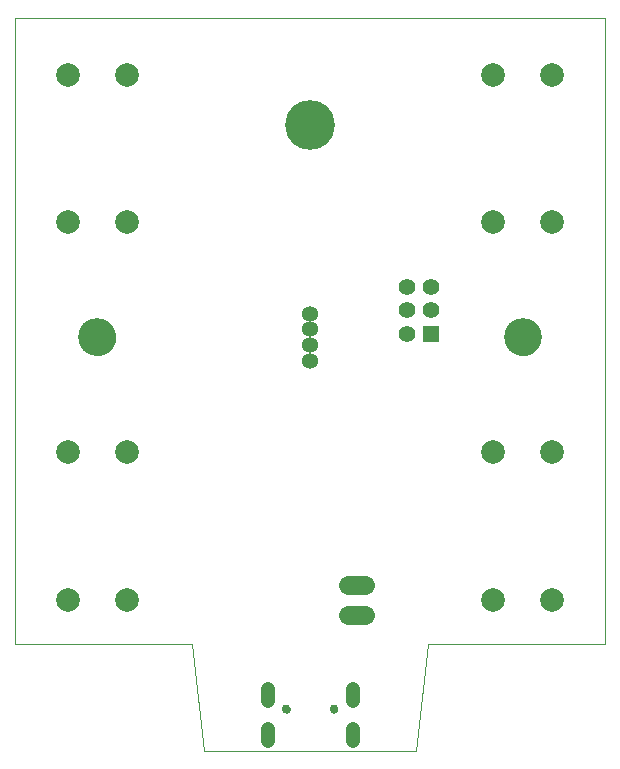
<source format=gbs>
G75*
%MOIN*%
%OFA0B0*%
%FSLAX25Y25*%
%IPPOS*%
%LPD*%
%AMOC8*
5,1,8,0,0,1.08239X$1,22.5*
%
%ADD10C,0.00000*%
%ADD11C,0.12611*%
%ADD12C,0.06400*%
%ADD13C,0.02965*%
%ADD14C,0.04769*%
%ADD15C,0.05359*%
%ADD16C,0.07887*%
%ADD17R,0.05600X0.05600*%
%ADD18C,0.05600*%
%ADD19C,0.16611*%
D10*
X0041330Y0043060D02*
X0100385Y0043060D01*
X0104322Y0007627D01*
X0175188Y0007627D01*
X0179125Y0043060D01*
X0238180Y0043060D01*
X0238180Y0251722D01*
X0041330Y0251722D01*
X0041330Y0043060D01*
X0062983Y0145423D02*
X0062985Y0145576D01*
X0062991Y0145730D01*
X0063001Y0145883D01*
X0063015Y0146035D01*
X0063033Y0146188D01*
X0063055Y0146339D01*
X0063080Y0146490D01*
X0063110Y0146641D01*
X0063144Y0146791D01*
X0063181Y0146939D01*
X0063222Y0147087D01*
X0063267Y0147233D01*
X0063316Y0147379D01*
X0063369Y0147523D01*
X0063425Y0147665D01*
X0063485Y0147806D01*
X0063549Y0147946D01*
X0063616Y0148084D01*
X0063687Y0148220D01*
X0063762Y0148354D01*
X0063839Y0148486D01*
X0063921Y0148616D01*
X0064005Y0148744D01*
X0064093Y0148870D01*
X0064184Y0148993D01*
X0064278Y0149114D01*
X0064376Y0149232D01*
X0064476Y0149348D01*
X0064580Y0149461D01*
X0064686Y0149572D01*
X0064795Y0149680D01*
X0064907Y0149785D01*
X0065021Y0149886D01*
X0065139Y0149985D01*
X0065258Y0150081D01*
X0065380Y0150174D01*
X0065505Y0150263D01*
X0065632Y0150350D01*
X0065761Y0150432D01*
X0065892Y0150512D01*
X0066025Y0150588D01*
X0066160Y0150661D01*
X0066297Y0150730D01*
X0066436Y0150795D01*
X0066576Y0150857D01*
X0066718Y0150915D01*
X0066861Y0150970D01*
X0067006Y0151021D01*
X0067152Y0151068D01*
X0067299Y0151111D01*
X0067447Y0151150D01*
X0067596Y0151186D01*
X0067746Y0151217D01*
X0067897Y0151245D01*
X0068048Y0151269D01*
X0068201Y0151289D01*
X0068353Y0151305D01*
X0068506Y0151317D01*
X0068659Y0151325D01*
X0068812Y0151329D01*
X0068966Y0151329D01*
X0069119Y0151325D01*
X0069272Y0151317D01*
X0069425Y0151305D01*
X0069577Y0151289D01*
X0069730Y0151269D01*
X0069881Y0151245D01*
X0070032Y0151217D01*
X0070182Y0151186D01*
X0070331Y0151150D01*
X0070479Y0151111D01*
X0070626Y0151068D01*
X0070772Y0151021D01*
X0070917Y0150970D01*
X0071060Y0150915D01*
X0071202Y0150857D01*
X0071342Y0150795D01*
X0071481Y0150730D01*
X0071618Y0150661D01*
X0071753Y0150588D01*
X0071886Y0150512D01*
X0072017Y0150432D01*
X0072146Y0150350D01*
X0072273Y0150263D01*
X0072398Y0150174D01*
X0072520Y0150081D01*
X0072639Y0149985D01*
X0072757Y0149886D01*
X0072871Y0149785D01*
X0072983Y0149680D01*
X0073092Y0149572D01*
X0073198Y0149461D01*
X0073302Y0149348D01*
X0073402Y0149232D01*
X0073500Y0149114D01*
X0073594Y0148993D01*
X0073685Y0148870D01*
X0073773Y0148744D01*
X0073857Y0148616D01*
X0073939Y0148486D01*
X0074016Y0148354D01*
X0074091Y0148220D01*
X0074162Y0148084D01*
X0074229Y0147946D01*
X0074293Y0147806D01*
X0074353Y0147665D01*
X0074409Y0147523D01*
X0074462Y0147379D01*
X0074511Y0147233D01*
X0074556Y0147087D01*
X0074597Y0146939D01*
X0074634Y0146791D01*
X0074668Y0146641D01*
X0074698Y0146490D01*
X0074723Y0146339D01*
X0074745Y0146188D01*
X0074763Y0146035D01*
X0074777Y0145883D01*
X0074787Y0145730D01*
X0074793Y0145576D01*
X0074795Y0145423D01*
X0074793Y0145270D01*
X0074787Y0145116D01*
X0074777Y0144963D01*
X0074763Y0144811D01*
X0074745Y0144658D01*
X0074723Y0144507D01*
X0074698Y0144356D01*
X0074668Y0144205D01*
X0074634Y0144055D01*
X0074597Y0143907D01*
X0074556Y0143759D01*
X0074511Y0143613D01*
X0074462Y0143467D01*
X0074409Y0143323D01*
X0074353Y0143181D01*
X0074293Y0143040D01*
X0074229Y0142900D01*
X0074162Y0142762D01*
X0074091Y0142626D01*
X0074016Y0142492D01*
X0073939Y0142360D01*
X0073857Y0142230D01*
X0073773Y0142102D01*
X0073685Y0141976D01*
X0073594Y0141853D01*
X0073500Y0141732D01*
X0073402Y0141614D01*
X0073302Y0141498D01*
X0073198Y0141385D01*
X0073092Y0141274D01*
X0072983Y0141166D01*
X0072871Y0141061D01*
X0072757Y0140960D01*
X0072639Y0140861D01*
X0072520Y0140765D01*
X0072398Y0140672D01*
X0072273Y0140583D01*
X0072146Y0140496D01*
X0072017Y0140414D01*
X0071886Y0140334D01*
X0071753Y0140258D01*
X0071618Y0140185D01*
X0071481Y0140116D01*
X0071342Y0140051D01*
X0071202Y0139989D01*
X0071060Y0139931D01*
X0070917Y0139876D01*
X0070772Y0139825D01*
X0070626Y0139778D01*
X0070479Y0139735D01*
X0070331Y0139696D01*
X0070182Y0139660D01*
X0070032Y0139629D01*
X0069881Y0139601D01*
X0069730Y0139577D01*
X0069577Y0139557D01*
X0069425Y0139541D01*
X0069272Y0139529D01*
X0069119Y0139521D01*
X0068966Y0139517D01*
X0068812Y0139517D01*
X0068659Y0139521D01*
X0068506Y0139529D01*
X0068353Y0139541D01*
X0068201Y0139557D01*
X0068048Y0139577D01*
X0067897Y0139601D01*
X0067746Y0139629D01*
X0067596Y0139660D01*
X0067447Y0139696D01*
X0067299Y0139735D01*
X0067152Y0139778D01*
X0067006Y0139825D01*
X0066861Y0139876D01*
X0066718Y0139931D01*
X0066576Y0139989D01*
X0066436Y0140051D01*
X0066297Y0140116D01*
X0066160Y0140185D01*
X0066025Y0140258D01*
X0065892Y0140334D01*
X0065761Y0140414D01*
X0065632Y0140496D01*
X0065505Y0140583D01*
X0065380Y0140672D01*
X0065258Y0140765D01*
X0065139Y0140861D01*
X0065021Y0140960D01*
X0064907Y0141061D01*
X0064795Y0141166D01*
X0064686Y0141274D01*
X0064580Y0141385D01*
X0064476Y0141498D01*
X0064376Y0141614D01*
X0064278Y0141732D01*
X0064184Y0141853D01*
X0064093Y0141976D01*
X0064005Y0142102D01*
X0063921Y0142230D01*
X0063839Y0142360D01*
X0063762Y0142492D01*
X0063687Y0142626D01*
X0063616Y0142762D01*
X0063549Y0142900D01*
X0063485Y0143040D01*
X0063425Y0143181D01*
X0063369Y0143323D01*
X0063316Y0143467D01*
X0063267Y0143613D01*
X0063222Y0143759D01*
X0063181Y0143907D01*
X0063144Y0144055D01*
X0063110Y0144205D01*
X0063080Y0144356D01*
X0063055Y0144507D01*
X0063033Y0144658D01*
X0063015Y0144811D01*
X0063001Y0144963D01*
X0062991Y0145116D01*
X0062985Y0145270D01*
X0062983Y0145423D01*
X0130798Y0021407D02*
X0130800Y0021472D01*
X0130806Y0021538D01*
X0130816Y0021602D01*
X0130829Y0021666D01*
X0130847Y0021729D01*
X0130868Y0021791D01*
X0130893Y0021851D01*
X0130922Y0021910D01*
X0130954Y0021967D01*
X0130990Y0022022D01*
X0131028Y0022075D01*
X0131070Y0022125D01*
X0131115Y0022173D01*
X0131163Y0022218D01*
X0131213Y0022260D01*
X0131266Y0022298D01*
X0131321Y0022334D01*
X0131378Y0022366D01*
X0131437Y0022395D01*
X0131497Y0022420D01*
X0131559Y0022441D01*
X0131622Y0022459D01*
X0131686Y0022472D01*
X0131750Y0022482D01*
X0131816Y0022488D01*
X0131881Y0022490D01*
X0131946Y0022488D01*
X0132012Y0022482D01*
X0132076Y0022472D01*
X0132140Y0022459D01*
X0132203Y0022441D01*
X0132265Y0022420D01*
X0132325Y0022395D01*
X0132384Y0022366D01*
X0132441Y0022334D01*
X0132496Y0022298D01*
X0132549Y0022260D01*
X0132599Y0022218D01*
X0132647Y0022173D01*
X0132692Y0022125D01*
X0132734Y0022075D01*
X0132772Y0022022D01*
X0132808Y0021967D01*
X0132840Y0021910D01*
X0132869Y0021851D01*
X0132894Y0021791D01*
X0132915Y0021729D01*
X0132933Y0021666D01*
X0132946Y0021602D01*
X0132956Y0021538D01*
X0132962Y0021472D01*
X0132964Y0021407D01*
X0132962Y0021342D01*
X0132956Y0021276D01*
X0132946Y0021212D01*
X0132933Y0021148D01*
X0132915Y0021085D01*
X0132894Y0021023D01*
X0132869Y0020963D01*
X0132840Y0020904D01*
X0132808Y0020847D01*
X0132772Y0020792D01*
X0132734Y0020739D01*
X0132692Y0020689D01*
X0132647Y0020641D01*
X0132599Y0020596D01*
X0132549Y0020554D01*
X0132496Y0020516D01*
X0132441Y0020480D01*
X0132384Y0020448D01*
X0132325Y0020419D01*
X0132265Y0020394D01*
X0132203Y0020373D01*
X0132140Y0020355D01*
X0132076Y0020342D01*
X0132012Y0020332D01*
X0131946Y0020326D01*
X0131881Y0020324D01*
X0131816Y0020326D01*
X0131750Y0020332D01*
X0131686Y0020342D01*
X0131622Y0020355D01*
X0131559Y0020373D01*
X0131497Y0020394D01*
X0131437Y0020419D01*
X0131378Y0020448D01*
X0131321Y0020480D01*
X0131266Y0020516D01*
X0131213Y0020554D01*
X0131163Y0020596D01*
X0131115Y0020641D01*
X0131070Y0020689D01*
X0131028Y0020739D01*
X0130990Y0020792D01*
X0130954Y0020847D01*
X0130922Y0020904D01*
X0130893Y0020963D01*
X0130868Y0021023D01*
X0130847Y0021085D01*
X0130829Y0021148D01*
X0130816Y0021212D01*
X0130806Y0021276D01*
X0130800Y0021342D01*
X0130798Y0021407D01*
X0146546Y0021407D02*
X0146548Y0021472D01*
X0146554Y0021538D01*
X0146564Y0021602D01*
X0146577Y0021666D01*
X0146595Y0021729D01*
X0146616Y0021791D01*
X0146641Y0021851D01*
X0146670Y0021910D01*
X0146702Y0021967D01*
X0146738Y0022022D01*
X0146776Y0022075D01*
X0146818Y0022125D01*
X0146863Y0022173D01*
X0146911Y0022218D01*
X0146961Y0022260D01*
X0147014Y0022298D01*
X0147069Y0022334D01*
X0147126Y0022366D01*
X0147185Y0022395D01*
X0147245Y0022420D01*
X0147307Y0022441D01*
X0147370Y0022459D01*
X0147434Y0022472D01*
X0147498Y0022482D01*
X0147564Y0022488D01*
X0147629Y0022490D01*
X0147694Y0022488D01*
X0147760Y0022482D01*
X0147824Y0022472D01*
X0147888Y0022459D01*
X0147951Y0022441D01*
X0148013Y0022420D01*
X0148073Y0022395D01*
X0148132Y0022366D01*
X0148189Y0022334D01*
X0148244Y0022298D01*
X0148297Y0022260D01*
X0148347Y0022218D01*
X0148395Y0022173D01*
X0148440Y0022125D01*
X0148482Y0022075D01*
X0148520Y0022022D01*
X0148556Y0021967D01*
X0148588Y0021910D01*
X0148617Y0021851D01*
X0148642Y0021791D01*
X0148663Y0021729D01*
X0148681Y0021666D01*
X0148694Y0021602D01*
X0148704Y0021538D01*
X0148710Y0021472D01*
X0148712Y0021407D01*
X0148710Y0021342D01*
X0148704Y0021276D01*
X0148694Y0021212D01*
X0148681Y0021148D01*
X0148663Y0021085D01*
X0148642Y0021023D01*
X0148617Y0020963D01*
X0148588Y0020904D01*
X0148556Y0020847D01*
X0148520Y0020792D01*
X0148482Y0020739D01*
X0148440Y0020689D01*
X0148395Y0020641D01*
X0148347Y0020596D01*
X0148297Y0020554D01*
X0148244Y0020516D01*
X0148189Y0020480D01*
X0148132Y0020448D01*
X0148073Y0020419D01*
X0148013Y0020394D01*
X0147951Y0020373D01*
X0147888Y0020355D01*
X0147824Y0020342D01*
X0147760Y0020332D01*
X0147694Y0020326D01*
X0147629Y0020324D01*
X0147564Y0020326D01*
X0147498Y0020332D01*
X0147434Y0020342D01*
X0147370Y0020355D01*
X0147307Y0020373D01*
X0147245Y0020394D01*
X0147185Y0020419D01*
X0147126Y0020448D01*
X0147069Y0020480D01*
X0147014Y0020516D01*
X0146961Y0020554D01*
X0146911Y0020596D01*
X0146863Y0020641D01*
X0146818Y0020689D01*
X0146776Y0020739D01*
X0146738Y0020792D01*
X0146702Y0020847D01*
X0146670Y0020904D01*
X0146641Y0020963D01*
X0146616Y0021023D01*
X0146595Y0021085D01*
X0146577Y0021148D01*
X0146564Y0021212D01*
X0146554Y0021276D01*
X0146548Y0021342D01*
X0146546Y0021407D01*
X0204715Y0145423D02*
X0204717Y0145576D01*
X0204723Y0145730D01*
X0204733Y0145883D01*
X0204747Y0146035D01*
X0204765Y0146188D01*
X0204787Y0146339D01*
X0204812Y0146490D01*
X0204842Y0146641D01*
X0204876Y0146791D01*
X0204913Y0146939D01*
X0204954Y0147087D01*
X0204999Y0147233D01*
X0205048Y0147379D01*
X0205101Y0147523D01*
X0205157Y0147665D01*
X0205217Y0147806D01*
X0205281Y0147946D01*
X0205348Y0148084D01*
X0205419Y0148220D01*
X0205494Y0148354D01*
X0205571Y0148486D01*
X0205653Y0148616D01*
X0205737Y0148744D01*
X0205825Y0148870D01*
X0205916Y0148993D01*
X0206010Y0149114D01*
X0206108Y0149232D01*
X0206208Y0149348D01*
X0206312Y0149461D01*
X0206418Y0149572D01*
X0206527Y0149680D01*
X0206639Y0149785D01*
X0206753Y0149886D01*
X0206871Y0149985D01*
X0206990Y0150081D01*
X0207112Y0150174D01*
X0207237Y0150263D01*
X0207364Y0150350D01*
X0207493Y0150432D01*
X0207624Y0150512D01*
X0207757Y0150588D01*
X0207892Y0150661D01*
X0208029Y0150730D01*
X0208168Y0150795D01*
X0208308Y0150857D01*
X0208450Y0150915D01*
X0208593Y0150970D01*
X0208738Y0151021D01*
X0208884Y0151068D01*
X0209031Y0151111D01*
X0209179Y0151150D01*
X0209328Y0151186D01*
X0209478Y0151217D01*
X0209629Y0151245D01*
X0209780Y0151269D01*
X0209933Y0151289D01*
X0210085Y0151305D01*
X0210238Y0151317D01*
X0210391Y0151325D01*
X0210544Y0151329D01*
X0210698Y0151329D01*
X0210851Y0151325D01*
X0211004Y0151317D01*
X0211157Y0151305D01*
X0211309Y0151289D01*
X0211462Y0151269D01*
X0211613Y0151245D01*
X0211764Y0151217D01*
X0211914Y0151186D01*
X0212063Y0151150D01*
X0212211Y0151111D01*
X0212358Y0151068D01*
X0212504Y0151021D01*
X0212649Y0150970D01*
X0212792Y0150915D01*
X0212934Y0150857D01*
X0213074Y0150795D01*
X0213213Y0150730D01*
X0213350Y0150661D01*
X0213485Y0150588D01*
X0213618Y0150512D01*
X0213749Y0150432D01*
X0213878Y0150350D01*
X0214005Y0150263D01*
X0214130Y0150174D01*
X0214252Y0150081D01*
X0214371Y0149985D01*
X0214489Y0149886D01*
X0214603Y0149785D01*
X0214715Y0149680D01*
X0214824Y0149572D01*
X0214930Y0149461D01*
X0215034Y0149348D01*
X0215134Y0149232D01*
X0215232Y0149114D01*
X0215326Y0148993D01*
X0215417Y0148870D01*
X0215505Y0148744D01*
X0215589Y0148616D01*
X0215671Y0148486D01*
X0215748Y0148354D01*
X0215823Y0148220D01*
X0215894Y0148084D01*
X0215961Y0147946D01*
X0216025Y0147806D01*
X0216085Y0147665D01*
X0216141Y0147523D01*
X0216194Y0147379D01*
X0216243Y0147233D01*
X0216288Y0147087D01*
X0216329Y0146939D01*
X0216366Y0146791D01*
X0216400Y0146641D01*
X0216430Y0146490D01*
X0216455Y0146339D01*
X0216477Y0146188D01*
X0216495Y0146035D01*
X0216509Y0145883D01*
X0216519Y0145730D01*
X0216525Y0145576D01*
X0216527Y0145423D01*
X0216525Y0145270D01*
X0216519Y0145116D01*
X0216509Y0144963D01*
X0216495Y0144811D01*
X0216477Y0144658D01*
X0216455Y0144507D01*
X0216430Y0144356D01*
X0216400Y0144205D01*
X0216366Y0144055D01*
X0216329Y0143907D01*
X0216288Y0143759D01*
X0216243Y0143613D01*
X0216194Y0143467D01*
X0216141Y0143323D01*
X0216085Y0143181D01*
X0216025Y0143040D01*
X0215961Y0142900D01*
X0215894Y0142762D01*
X0215823Y0142626D01*
X0215748Y0142492D01*
X0215671Y0142360D01*
X0215589Y0142230D01*
X0215505Y0142102D01*
X0215417Y0141976D01*
X0215326Y0141853D01*
X0215232Y0141732D01*
X0215134Y0141614D01*
X0215034Y0141498D01*
X0214930Y0141385D01*
X0214824Y0141274D01*
X0214715Y0141166D01*
X0214603Y0141061D01*
X0214489Y0140960D01*
X0214371Y0140861D01*
X0214252Y0140765D01*
X0214130Y0140672D01*
X0214005Y0140583D01*
X0213878Y0140496D01*
X0213749Y0140414D01*
X0213618Y0140334D01*
X0213485Y0140258D01*
X0213350Y0140185D01*
X0213213Y0140116D01*
X0213074Y0140051D01*
X0212934Y0139989D01*
X0212792Y0139931D01*
X0212649Y0139876D01*
X0212504Y0139825D01*
X0212358Y0139778D01*
X0212211Y0139735D01*
X0212063Y0139696D01*
X0211914Y0139660D01*
X0211764Y0139629D01*
X0211613Y0139601D01*
X0211462Y0139577D01*
X0211309Y0139557D01*
X0211157Y0139541D01*
X0211004Y0139529D01*
X0210851Y0139521D01*
X0210698Y0139517D01*
X0210544Y0139517D01*
X0210391Y0139521D01*
X0210238Y0139529D01*
X0210085Y0139541D01*
X0209933Y0139557D01*
X0209780Y0139577D01*
X0209629Y0139601D01*
X0209478Y0139629D01*
X0209328Y0139660D01*
X0209179Y0139696D01*
X0209031Y0139735D01*
X0208884Y0139778D01*
X0208738Y0139825D01*
X0208593Y0139876D01*
X0208450Y0139931D01*
X0208308Y0139989D01*
X0208168Y0140051D01*
X0208029Y0140116D01*
X0207892Y0140185D01*
X0207757Y0140258D01*
X0207624Y0140334D01*
X0207493Y0140414D01*
X0207364Y0140496D01*
X0207237Y0140583D01*
X0207112Y0140672D01*
X0206990Y0140765D01*
X0206871Y0140861D01*
X0206753Y0140960D01*
X0206639Y0141061D01*
X0206527Y0141166D01*
X0206418Y0141274D01*
X0206312Y0141385D01*
X0206208Y0141498D01*
X0206108Y0141614D01*
X0206010Y0141732D01*
X0205916Y0141853D01*
X0205825Y0141976D01*
X0205737Y0142102D01*
X0205653Y0142230D01*
X0205571Y0142360D01*
X0205494Y0142492D01*
X0205419Y0142626D01*
X0205348Y0142762D01*
X0205281Y0142900D01*
X0205217Y0143040D01*
X0205157Y0143181D01*
X0205101Y0143323D01*
X0205048Y0143467D01*
X0204999Y0143613D01*
X0204954Y0143759D01*
X0204913Y0143907D01*
X0204876Y0144055D01*
X0204842Y0144205D01*
X0204812Y0144356D01*
X0204787Y0144507D01*
X0204765Y0144658D01*
X0204747Y0144811D01*
X0204733Y0144963D01*
X0204723Y0145116D01*
X0204717Y0145270D01*
X0204715Y0145423D01*
D11*
X0210621Y0145423D03*
X0068889Y0145423D03*
D12*
X0152565Y0062706D02*
X0158165Y0062706D01*
X0158165Y0052706D02*
X0152565Y0052706D01*
D13*
X0147629Y0021407D03*
X0131881Y0021407D03*
D14*
X0125582Y0024344D02*
X0125582Y0028312D01*
X0125582Y0014927D02*
X0125582Y0010958D01*
X0153928Y0010958D02*
X0153928Y0014927D01*
X0153928Y0024344D02*
X0153928Y0028312D01*
D15*
X0139755Y0137645D03*
X0139755Y0142814D03*
X0139755Y0148032D03*
X0139755Y0153200D03*
D16*
X0200778Y0183808D03*
X0220463Y0183808D03*
X0220463Y0233021D03*
X0200778Y0233021D03*
X0200778Y0107037D03*
X0220463Y0107037D03*
X0220463Y0057824D03*
X0200778Y0057824D03*
X0078731Y0057824D03*
X0059046Y0057824D03*
X0059046Y0107037D03*
X0078731Y0107037D03*
X0078731Y0183808D03*
X0059046Y0183808D03*
X0059046Y0233021D03*
X0078731Y0233021D03*
D17*
X0180011Y0146604D03*
D18*
X0180011Y0154478D03*
X0180011Y0162352D03*
X0172137Y0162352D03*
X0172137Y0154478D03*
X0172137Y0146604D03*
D19*
X0139853Y0216289D03*
M02*

</source>
